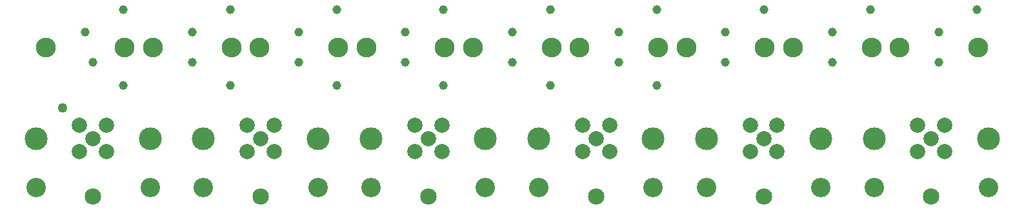
<source format=gts>
G75*
G70*
%OFA0B0*%
%FSLAX24Y24*%
%IPPOS*%
%LPD*%
%AMOC8*
5,1,8,0,0,1.08239X$1,22.5*
%
%ADD10C,0.0789*%
%ADD11C,0.1182*%
%ADD12C,0.1005*%
%ADD13C,0.0848*%
%ADD14C,0.1029*%
%ADD15C,0.0456*%
%ADD16C,0.0496*%
D10*
X029638Y003029D03*
X031030Y003029D03*
X030334Y003725D03*
X031030Y004421D03*
X029638Y004421D03*
X038299Y004421D03*
X039691Y004421D03*
X038995Y003725D03*
X038299Y003029D03*
X039691Y003029D03*
X046961Y003029D03*
X048353Y003029D03*
X047657Y003725D03*
X048353Y004421D03*
X046961Y004421D03*
X055622Y004421D03*
X057014Y004421D03*
X056318Y003725D03*
X055622Y003029D03*
X057014Y003029D03*
X064284Y003029D03*
X065676Y003029D03*
X064980Y003725D03*
X065676Y004421D03*
X064284Y004421D03*
X072945Y004421D03*
X073641Y003725D03*
X074337Y004421D03*
X074337Y003029D03*
X072945Y003029D03*
D11*
X070688Y003725D03*
X067932Y003725D03*
X062027Y003725D03*
X059271Y003725D03*
X053365Y003725D03*
X050609Y003725D03*
X044704Y003725D03*
X041948Y003725D03*
X036043Y003725D03*
X033287Y003725D03*
X027381Y003725D03*
X076594Y003725D03*
D12*
X027381Y001166D03*
X033287Y001166D03*
X036043Y001166D03*
X041948Y001166D03*
X044704Y001166D03*
X050609Y001166D03*
X053365Y001166D03*
X059271Y001166D03*
X062027Y001166D03*
X067932Y001166D03*
X070688Y001166D03*
X076594Y001166D03*
D13*
X073641Y000693D03*
X064980Y000693D03*
X056318Y000693D03*
X047657Y000693D03*
X038995Y000693D03*
X030334Y000693D03*
D14*
X031968Y008449D03*
X033424Y008449D03*
X037480Y008449D03*
X038936Y008449D03*
X042991Y008449D03*
X044448Y008449D03*
X048503Y008449D03*
X049960Y008449D03*
X054015Y008449D03*
X055472Y008449D03*
X059527Y008449D03*
X060983Y008449D03*
X065039Y008449D03*
X066495Y008449D03*
X070550Y008449D03*
X072007Y008449D03*
X076062Y008449D03*
X027913Y008449D03*
D15*
X029940Y009237D03*
X031909Y010418D03*
X035452Y009237D03*
X037420Y010418D03*
X040964Y009237D03*
X042932Y010418D03*
X046476Y009237D03*
X048444Y010418D03*
X051987Y009237D03*
X053956Y010418D03*
X057499Y009237D03*
X059468Y010418D03*
X063011Y009237D03*
X064980Y010418D03*
X068523Y009237D03*
X070491Y010418D03*
X074035Y009237D03*
X076003Y010418D03*
X074035Y007662D03*
X068523Y007662D03*
X063011Y007662D03*
X059468Y006481D03*
X057499Y007662D03*
X053956Y006481D03*
X051987Y007662D03*
X048444Y006481D03*
X046476Y007662D03*
X042932Y006481D03*
X040964Y007662D03*
X037420Y006481D03*
X035452Y007662D03*
X031909Y006481D03*
X030334Y007662D03*
D16*
X028759Y005300D03*
M02*

</source>
